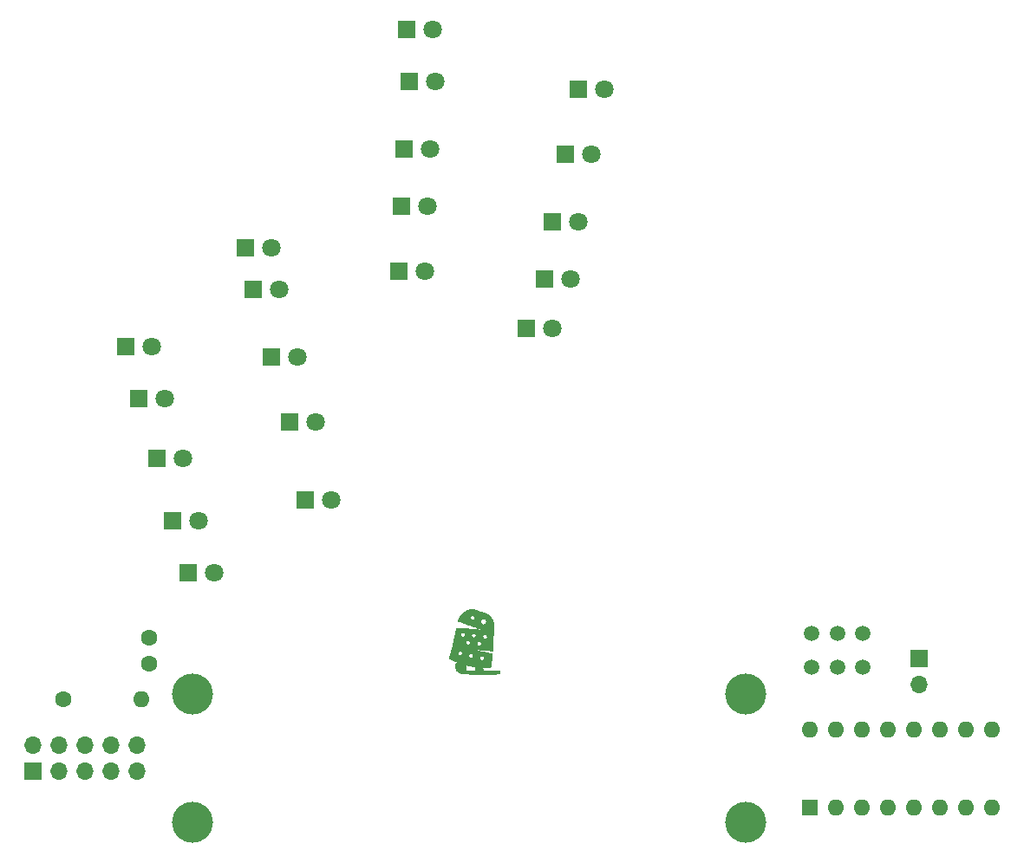
<source format=gbr>
G04 #@! TF.FileFunction,Soldermask,Bot*
%FSLAX46Y46*%
G04 Gerber Fmt 4.6, Leading zero omitted, Abs format (unit mm)*
G04 Created by KiCad (PCBNEW 4.0.6) date 11/09/17 18:30:30*
%MOMM*%
%LPD*%
G01*
G04 APERTURE LIST*
%ADD10C,0.100000*%
%ADD11C,0.010000*%
%ADD12C,4.000000*%
%ADD13R,1.800000X1.800000*%
%ADD14C,1.800000*%
%ADD15C,1.600000*%
%ADD16O,1.600000X1.600000*%
%ADD17C,1.500000*%
%ADD18R,1.600000X1.600000*%
%ADD19R,1.700000X1.700000*%
%ADD20O,1.700000X1.700000*%
G04 APERTURE END LIST*
D10*
D11*
G36*
X145197476Y-124220921D02*
X145105698Y-124228468D01*
X145028871Y-124240599D01*
X145013807Y-124244116D01*
X144917216Y-124275087D01*
X144811300Y-124320133D01*
X144704430Y-124375111D01*
X144604982Y-124435877D01*
X144555956Y-124470661D01*
X144434909Y-124572671D01*
X144313468Y-124695196D01*
X144195534Y-124833719D01*
X144085010Y-124983720D01*
X144004299Y-125109366D01*
X143962679Y-125189089D01*
X143942093Y-125254872D01*
X143942503Y-125306953D01*
X143963867Y-125345568D01*
X143964124Y-125345825D01*
X143978961Y-125352923D01*
X144016226Y-125367682D01*
X144074316Y-125389533D01*
X144151628Y-125417905D01*
X144246562Y-125452225D01*
X144357516Y-125491923D01*
X144482887Y-125536429D01*
X144621074Y-125585171D01*
X144770474Y-125637578D01*
X144929487Y-125693080D01*
X145096509Y-125751105D01*
X145255666Y-125806157D01*
X145427629Y-125865607D01*
X145592385Y-125922747D01*
X145748401Y-125977034D01*
X145894142Y-126027928D01*
X146028075Y-126074885D01*
X146148665Y-126117364D01*
X146254379Y-126154824D01*
X146343684Y-126186722D01*
X146415044Y-126212518D01*
X146466927Y-126231669D01*
X146497798Y-126243633D01*
X146506235Y-126247856D01*
X146491239Y-126247246D01*
X146452659Y-126244499D01*
X146392209Y-126239761D01*
X146311604Y-126233179D01*
X146212556Y-126224899D01*
X146096779Y-126215066D01*
X145965988Y-126203827D01*
X145821895Y-126191328D01*
X145666215Y-126177716D01*
X145500662Y-126163136D01*
X145326948Y-126147735D01*
X145203990Y-126136774D01*
X145024796Y-126120811D01*
X144851986Y-126105508D01*
X144687334Y-126091017D01*
X144532618Y-126077489D01*
X144389613Y-126065077D01*
X144260094Y-126053934D01*
X144145839Y-126044212D01*
X144048623Y-126036062D01*
X143970222Y-126029638D01*
X143912412Y-126025091D01*
X143876968Y-126022575D01*
X143866764Y-126022100D01*
X143813517Y-126027109D01*
X143778655Y-126044134D01*
X143756815Y-126076174D01*
X143753204Y-126085597D01*
X143748647Y-126104557D01*
X143740014Y-126146311D01*
X143727720Y-126208657D01*
X143712184Y-126289388D01*
X143693821Y-126386302D01*
X143673050Y-126497193D01*
X143650285Y-126619857D01*
X143625945Y-126752089D01*
X143600446Y-126891686D01*
X143591676Y-126939940D01*
X143443616Y-127755650D01*
X143267258Y-128310242D01*
X143230946Y-128425428D01*
X143197154Y-128534539D01*
X143166663Y-128634914D01*
X143140255Y-128723892D01*
X143118710Y-128798813D01*
X143102808Y-128857017D01*
X143093331Y-128895843D01*
X143090900Y-128911152D01*
X143094718Y-128950033D01*
X143103996Y-128981850D01*
X143104859Y-128983551D01*
X143121849Y-128998863D01*
X143159269Y-129022301D01*
X143214045Y-129052361D01*
X143283105Y-129087537D01*
X143363374Y-129126323D01*
X143451781Y-129167214D01*
X143545251Y-129208704D01*
X143640712Y-129249289D01*
X143681450Y-129266023D01*
X143746356Y-129292402D01*
X143805116Y-129316315D01*
X143852653Y-129335693D01*
X143883892Y-129348469D01*
X143891000Y-129351397D01*
X143910172Y-129360241D01*
X143911009Y-129366793D01*
X143891183Y-129375354D01*
X143875005Y-129380972D01*
X143794213Y-129421515D01*
X143728713Y-129481224D01*
X143680025Y-129557922D01*
X143649669Y-129649430D01*
X143640417Y-129716877D01*
X143643830Y-129843554D01*
X143671709Y-129963608D01*
X143723884Y-130076610D01*
X143800188Y-130182129D01*
X143839128Y-130223851D01*
X143939650Y-130309563D01*
X144048840Y-130372972D01*
X144171024Y-130416373D01*
X144224962Y-130428737D01*
X144325096Y-130445962D01*
X144448456Y-130462743D01*
X144592868Y-130478875D01*
X144756160Y-130494150D01*
X144936159Y-130508361D01*
X145130691Y-130521301D01*
X145294350Y-130530548D01*
X145354969Y-130532925D01*
X145438069Y-130534994D01*
X145540734Y-130536756D01*
X145660046Y-130538212D01*
X145793088Y-130539364D01*
X145936945Y-130540214D01*
X146088698Y-130540762D01*
X146245432Y-130541010D01*
X146404229Y-130540959D01*
X146562173Y-130540611D01*
X146716346Y-130539968D01*
X146863832Y-130539030D01*
X147001714Y-130537799D01*
X147127075Y-130536276D01*
X147236998Y-130534463D01*
X147328566Y-130532362D01*
X147398863Y-130529972D01*
X147408454Y-130529539D01*
X147490669Y-130525144D01*
X147575154Y-130519758D01*
X147653782Y-130513953D01*
X147718425Y-130508306D01*
X147738654Y-130506208D01*
X147829468Y-130494484D01*
X147897812Y-130481100D01*
X147946612Y-130464433D01*
X147978798Y-130442863D01*
X147997299Y-130414768D01*
X148005044Y-130378526D01*
X148005800Y-130358315D01*
X148001652Y-130305446D01*
X147985948Y-130270305D01*
X147953801Y-130246114D01*
X147913507Y-130230266D01*
X147896974Y-130225563D01*
X147876873Y-130221533D01*
X147851111Y-130218108D01*
X147817594Y-130215215D01*
X147774228Y-130212784D01*
X147718920Y-130210745D01*
X147649576Y-130209026D01*
X147564102Y-130207556D01*
X147460404Y-130206266D01*
X147336390Y-130205084D01*
X147189965Y-130203939D01*
X147119975Y-130203443D01*
X146392900Y-130198408D01*
X146392900Y-130161929D01*
X146384059Y-130084748D01*
X146360261Y-130004819D01*
X146328616Y-129940858D01*
X146308059Y-129907801D01*
X146294506Y-129884774D01*
X146291300Y-129878158D01*
X146303484Y-129877387D01*
X146337979Y-129877051D01*
X146391701Y-129877133D01*
X146461563Y-129877615D01*
X146544483Y-129878481D01*
X146637374Y-129879714D01*
X146676939Y-129880310D01*
X146786009Y-129881964D01*
X146872531Y-129883048D01*
X146939356Y-129883420D01*
X146989332Y-129882934D01*
X147025309Y-129881448D01*
X147050136Y-129878819D01*
X147066662Y-129874902D01*
X147077737Y-129869555D01*
X147086210Y-129862633D01*
X147089366Y-129859534D01*
X147111407Y-129829859D01*
X147118642Y-129812587D01*
X145703733Y-129812587D01*
X145700373Y-129824043D01*
X145688414Y-129850362D01*
X145681508Y-129864226D01*
X145665266Y-129914345D01*
X145657078Y-129979181D01*
X145657168Y-130049289D01*
X145665760Y-130115224D01*
X145674787Y-130148003D01*
X145693274Y-130200400D01*
X145436662Y-130200364D01*
X145336320Y-130199866D01*
X145223915Y-130198515D01*
X145109689Y-130196482D01*
X145003882Y-130193939D01*
X144943797Y-130192071D01*
X144707543Y-130183814D01*
X144713626Y-130067524D01*
X144711708Y-129955578D01*
X144692244Y-129853811D01*
X144653344Y-129756322D01*
X144593115Y-129657213D01*
X144573347Y-129629939D01*
X144550504Y-129597064D01*
X144538485Y-129574938D01*
X144539640Y-129567968D01*
X144540439Y-129568223D01*
X144558204Y-129573490D01*
X144596347Y-129583822D01*
X144650609Y-129598096D01*
X144716731Y-129615191D01*
X144786937Y-129633097D01*
X144988153Y-129681135D01*
X145196294Y-129725392D01*
X145400554Y-129763678D01*
X145554700Y-129788654D01*
X145612285Y-129797366D01*
X145659703Y-129804808D01*
X145691887Y-129810167D01*
X145703733Y-129812587D01*
X147118642Y-129812587D01*
X147122303Y-129803848D01*
X147126374Y-129779668D01*
X147133037Y-129734076D01*
X147141881Y-129670291D01*
X147152498Y-129591530D01*
X147164476Y-129501010D01*
X147177406Y-129401950D01*
X147190877Y-129297566D01*
X147204480Y-129191077D01*
X147217805Y-129085701D01*
X147230441Y-128984654D01*
X147231348Y-128977302D01*
X146488593Y-128977302D01*
X146471822Y-129038373D01*
X146435345Y-129095610D01*
X146381705Y-129144340D01*
X146348450Y-129164468D01*
X146292758Y-129182222D01*
X146233747Y-129177692D01*
X146180665Y-129157699D01*
X146121043Y-129117256D01*
X146077455Y-129063937D01*
X146052602Y-129002838D01*
X146049188Y-128939058D01*
X146053383Y-128917700D01*
X146080531Y-128856647D01*
X146124310Y-128803834D01*
X146178881Y-128764146D01*
X146238405Y-128742474D01*
X146265802Y-128739900D01*
X146328901Y-128751822D01*
X146388482Y-128784630D01*
X146439099Y-128833880D01*
X146475302Y-128895130D01*
X146483113Y-128917071D01*
X146488593Y-128977302D01*
X147231348Y-128977302D01*
X147241979Y-128891156D01*
X147252007Y-128808422D01*
X147260118Y-128739672D01*
X147265020Y-128695960D01*
X145410756Y-128695960D01*
X145407308Y-128763007D01*
X145378612Y-128831159D01*
X145372098Y-128841439D01*
X145333907Y-128882595D01*
X145282486Y-128916769D01*
X145227614Y-128938394D01*
X145193585Y-128943089D01*
X145158853Y-128937478D01*
X145116736Y-128923415D01*
X145102928Y-128917253D01*
X145060936Y-128889405D01*
X145023185Y-128852458D01*
X145015854Y-128842803D01*
X144981823Y-128775825D01*
X144973097Y-128710145D01*
X144989588Y-128646429D01*
X145031209Y-128585342D01*
X145052559Y-128563909D01*
X145115153Y-128520166D01*
X145179569Y-128501528D01*
X145244021Y-128507957D01*
X145306722Y-128539417D01*
X145342429Y-128569961D01*
X145389086Y-128631214D01*
X145410756Y-128695960D01*
X147265020Y-128695960D01*
X147265899Y-128688123D01*
X147268942Y-128656992D01*
X147269310Y-128650252D01*
X147262825Y-128604561D01*
X147240974Y-128573115D01*
X147199768Y-128551485D01*
X147173225Y-128543616D01*
X147151570Y-128538519D01*
X147107015Y-128528400D01*
X147041471Y-128513682D01*
X146956846Y-128494789D01*
X146855050Y-128472145D01*
X146823204Y-128465079D01*
X144363893Y-128465079D01*
X144358619Y-128526471D01*
X144333808Y-128586242D01*
X144291633Y-128639263D01*
X144234270Y-128680403D01*
X144230910Y-128682123D01*
X144169115Y-128705335D01*
X144113619Y-128707010D01*
X144057140Y-128686713D01*
X144029090Y-128670050D01*
X143972910Y-128620387D01*
X143938080Y-128561546D01*
X143924420Y-128497828D01*
X143931750Y-128433532D01*
X143959889Y-128372956D01*
X144008657Y-128320402D01*
X144044764Y-128296159D01*
X144110417Y-128272467D01*
X144176927Y-128272323D01*
X144240447Y-128294315D01*
X144297125Y-128337031D01*
X144343114Y-128399060D01*
X144347454Y-128407194D01*
X144363893Y-128465079D01*
X146823204Y-128465079D01*
X146737994Y-128446173D01*
X146607586Y-128417298D01*
X146465737Y-128385943D01*
X146314356Y-128352531D01*
X146155352Y-128317488D01*
X146019867Y-128287666D01*
X145858371Y-128252041D01*
X145704621Y-128217934D01*
X145560340Y-128185739D01*
X145427248Y-128155847D01*
X145307066Y-128128653D01*
X145201514Y-128104549D01*
X145112313Y-128083927D01*
X145041185Y-128067180D01*
X144989849Y-128054701D01*
X144960026Y-128046883D01*
X144953067Y-128044146D01*
X144968973Y-128044724D01*
X145008344Y-128047437D01*
X145069347Y-128052130D01*
X145150150Y-128058646D01*
X145248922Y-128066833D01*
X145363829Y-128076536D01*
X145493041Y-128087598D01*
X145634725Y-128099867D01*
X145787048Y-128113187D01*
X145948179Y-128127403D01*
X146116286Y-128142361D01*
X146118637Y-128142571D01*
X146286668Y-128157569D01*
X146447630Y-128171902D01*
X146599706Y-128185412D01*
X146741074Y-128197937D01*
X146869917Y-128209317D01*
X146984413Y-128219393D01*
X147082745Y-128228004D01*
X147163092Y-128234990D01*
X147223635Y-128240192D01*
X147262555Y-128243448D01*
X147278032Y-128244599D01*
X147278089Y-128244600D01*
X147298490Y-128236219D01*
X147324499Y-128215805D01*
X147326928Y-128213427D01*
X147358100Y-128182254D01*
X147358150Y-128038363D01*
X144901492Y-128038363D01*
X144889009Y-128040397D01*
X144872537Y-128038062D01*
X144872340Y-128033727D01*
X144889338Y-128030695D01*
X144896682Y-128032724D01*
X144901492Y-128038363D01*
X147358150Y-128038363D01*
X147358327Y-127531493D01*
X146201161Y-127531493D01*
X146196099Y-127598545D01*
X146166473Y-127660038D01*
X146130509Y-127700974D01*
X146068441Y-127746549D01*
X146004936Y-127766769D01*
X145939908Y-127761641D01*
X145873270Y-127731174D01*
X145865850Y-127726284D01*
X145816007Y-127680787D01*
X145780761Y-127624875D01*
X145763674Y-127565499D01*
X145764096Y-127527636D01*
X145787259Y-127455513D01*
X145789409Y-127452652D01*
X145108614Y-127452652D01*
X145098272Y-127497919D01*
X145090544Y-127517759D01*
X145051828Y-127583666D01*
X144996699Y-127631629D01*
X144964150Y-127649096D01*
X144915838Y-127667445D01*
X144875810Y-127670400D01*
X144832140Y-127657956D01*
X144811750Y-127649022D01*
X144743717Y-127606177D01*
X144696754Y-127551958D01*
X144671910Y-127489198D01*
X144670233Y-127420729D01*
X144692772Y-127349385D01*
X144697450Y-127340205D01*
X144716007Y-127297919D01*
X144727442Y-127257551D01*
X144729200Y-127241434D01*
X144731079Y-127215315D01*
X144739863Y-127209509D01*
X144753766Y-127215453D01*
X144779140Y-127222416D01*
X144820154Y-127227182D01*
X144859229Y-127228600D01*
X144940616Y-127239131D01*
X145008223Y-127270130D01*
X145060508Y-127320703D01*
X145082970Y-127358169D01*
X145103685Y-127409700D01*
X145108614Y-127452652D01*
X145789409Y-127452652D01*
X145831976Y-127396022D01*
X145877541Y-127361870D01*
X145916025Y-127341926D01*
X145951317Y-127331721D01*
X145992294Y-127330025D01*
X146047833Y-127335608D01*
X146057503Y-127336932D01*
X146105391Y-127340021D01*
X146140667Y-127335305D01*
X146146913Y-127332708D01*
X146163167Y-127326323D01*
X146168601Y-127334915D01*
X146166599Y-127362908D01*
X146168221Y-127403360D01*
X146178654Y-127448393D01*
X146181963Y-127457436D01*
X146201161Y-127531493D01*
X147358327Y-127531493D01*
X147358403Y-127314902D01*
X147358644Y-127147725D01*
X147359229Y-126993056D01*
X147360082Y-126861108D01*
X146775855Y-126861108D01*
X146770562Y-126898400D01*
X146742840Y-126966388D01*
X146698781Y-127016932D01*
X146637256Y-127050712D01*
X146557136Y-127068410D01*
X146483328Y-127071526D01*
X146372952Y-127069850D01*
X146377958Y-127035329D01*
X146375901Y-127004704D01*
X146365315Y-126962237D01*
X146354035Y-126931012D01*
X146338017Y-126889020D01*
X146332012Y-126859103D01*
X146334915Y-126830497D01*
X146341270Y-126806782D01*
X146365487Y-126756350D01*
X146388512Y-126727460D01*
X145677456Y-126727460D01*
X145674008Y-126794507D01*
X145645312Y-126862659D01*
X145638798Y-126872939D01*
X145600607Y-126914095D01*
X145549186Y-126948269D01*
X145494314Y-126969894D01*
X145460285Y-126974589D01*
X145426031Y-126968994D01*
X145383693Y-126954896D01*
X145367372Y-126947661D01*
X145310083Y-126907587D01*
X145268270Y-126853273D01*
X145244558Y-126790415D01*
X145241576Y-126724709D01*
X145249110Y-126691244D01*
X145273095Y-126647086D01*
X145285623Y-126632871D01*
X144606647Y-126632871D01*
X144603280Y-126700556D01*
X144575325Y-126767185D01*
X144568643Y-126777400D01*
X144557696Y-126805805D01*
X144551755Y-126845543D01*
X144551400Y-126857068D01*
X144550711Y-126890677D01*
X144546120Y-126903446D01*
X144533846Y-126899934D01*
X144522044Y-126892450D01*
X144483662Y-126879144D01*
X144424998Y-126875053D01*
X144417269Y-126875197D01*
X144346844Y-126870327D01*
X144290210Y-126849153D01*
X144239201Y-126808142D01*
X144223779Y-126791445D01*
X144184058Y-126729418D01*
X144168283Y-126663801D01*
X144176039Y-126598192D01*
X144206908Y-126536188D01*
X144259578Y-126482078D01*
X144323213Y-126446700D01*
X144389511Y-126435868D01*
X144455636Y-126449334D01*
X144518751Y-126486847D01*
X144540901Y-126506900D01*
X144585746Y-126567271D01*
X144606647Y-126632871D01*
X145285623Y-126632871D01*
X145312431Y-126602455D01*
X145359368Y-126564351D01*
X145406156Y-126539776D01*
X145421435Y-126535596D01*
X145488847Y-126535435D01*
X145554099Y-126559285D01*
X145609129Y-126601461D01*
X145655786Y-126662714D01*
X145677456Y-126727460D01*
X146388512Y-126727460D01*
X146404480Y-126707425D01*
X146451361Y-126666764D01*
X146499241Y-126641124D01*
X146514306Y-126637070D01*
X146579426Y-126636389D01*
X146641168Y-126656254D01*
X146695608Y-126692662D01*
X146738819Y-126741608D01*
X146766876Y-126799091D01*
X146775855Y-126861108D01*
X147360082Y-126861108D01*
X147360138Y-126852513D01*
X147361347Y-126727712D01*
X147362834Y-126620272D01*
X147364577Y-126531809D01*
X147366554Y-126463941D01*
X147368743Y-126418285D01*
X147371047Y-126396750D01*
X147382212Y-126339766D01*
X147393165Y-126264355D01*
X147403216Y-126177484D01*
X147411676Y-126086121D01*
X147417853Y-125997234D01*
X147421059Y-125917790D01*
X147421353Y-125888827D01*
X147411302Y-125682997D01*
X147382061Y-125492376D01*
X147360571Y-125414361D01*
X146683966Y-125414361D01*
X146669258Y-125488277D01*
X146637074Y-125549734D01*
X146579252Y-125616893D01*
X146512289Y-125662851D01*
X146439145Y-125686457D01*
X146362778Y-125686565D01*
X146315555Y-125674486D01*
X146244719Y-125637608D01*
X146186134Y-125584445D01*
X146143184Y-125519880D01*
X146119251Y-125448799D01*
X146116384Y-125386955D01*
X146135861Y-125310450D01*
X146176761Y-125239927D01*
X146235106Y-125181574D01*
X146258890Y-125165185D01*
X146332131Y-125133741D01*
X146408627Y-125125352D01*
X146483900Y-125138881D01*
X146553470Y-125173190D01*
X146612857Y-125227142D01*
X146637472Y-125261353D01*
X146673371Y-125338819D01*
X146683966Y-125414361D01*
X147360571Y-125414361D01*
X147333861Y-125317404D01*
X147266931Y-125158522D01*
X147181503Y-125016171D01*
X147170432Y-125002784D01*
X145566243Y-125002784D01*
X145565796Y-125066759D01*
X145544424Y-125128085D01*
X145503093Y-125182951D01*
X145442774Y-125227544D01*
X145408650Y-125243664D01*
X145353221Y-125253354D01*
X145291703Y-125243337D01*
X145240603Y-125220038D01*
X145187270Y-125175225D01*
X145149859Y-125119002D01*
X145130960Y-125057268D01*
X145133159Y-124995918D01*
X145136674Y-124983234D01*
X145170416Y-124913860D01*
X145218163Y-124862244D01*
X145275875Y-124829507D01*
X145339514Y-124816772D01*
X145405042Y-124825162D01*
X145468421Y-124855798D01*
X145500486Y-124882138D01*
X145544796Y-124939973D01*
X145566243Y-125002784D01*
X147170432Y-125002784D01*
X147077807Y-124890793D01*
X146956075Y-124782827D01*
X146816536Y-124692716D01*
X146787319Y-124677286D01*
X146749758Y-124660169D01*
X146691392Y-124636202D01*
X146615516Y-124606560D01*
X146525426Y-124572414D01*
X146424416Y-124534940D01*
X146315782Y-124495310D01*
X146202819Y-124454699D01*
X146088821Y-124414279D01*
X145977083Y-124375224D01*
X145870901Y-124338708D01*
X145773569Y-124305904D01*
X145688383Y-124277986D01*
X145618638Y-124256127D01*
X145567628Y-124241501D01*
X145554700Y-124238283D01*
X145482819Y-124226637D01*
X145394007Y-124219919D01*
X145296236Y-124218042D01*
X145197476Y-124220921D01*
X145197476Y-124220921D01*
G37*
X145197476Y-124220921D02*
X145105698Y-124228468D01*
X145028871Y-124240599D01*
X145013807Y-124244116D01*
X144917216Y-124275087D01*
X144811300Y-124320133D01*
X144704430Y-124375111D01*
X144604982Y-124435877D01*
X144555956Y-124470661D01*
X144434909Y-124572671D01*
X144313468Y-124695196D01*
X144195534Y-124833719D01*
X144085010Y-124983720D01*
X144004299Y-125109366D01*
X143962679Y-125189089D01*
X143942093Y-125254872D01*
X143942503Y-125306953D01*
X143963867Y-125345568D01*
X143964124Y-125345825D01*
X143978961Y-125352923D01*
X144016226Y-125367682D01*
X144074316Y-125389533D01*
X144151628Y-125417905D01*
X144246562Y-125452225D01*
X144357516Y-125491923D01*
X144482887Y-125536429D01*
X144621074Y-125585171D01*
X144770474Y-125637578D01*
X144929487Y-125693080D01*
X145096509Y-125751105D01*
X145255666Y-125806157D01*
X145427629Y-125865607D01*
X145592385Y-125922747D01*
X145748401Y-125977034D01*
X145894142Y-126027928D01*
X146028075Y-126074885D01*
X146148665Y-126117364D01*
X146254379Y-126154824D01*
X146343684Y-126186722D01*
X146415044Y-126212518D01*
X146466927Y-126231669D01*
X146497798Y-126243633D01*
X146506235Y-126247856D01*
X146491239Y-126247246D01*
X146452659Y-126244499D01*
X146392209Y-126239761D01*
X146311604Y-126233179D01*
X146212556Y-126224899D01*
X146096779Y-126215066D01*
X145965988Y-126203827D01*
X145821895Y-126191328D01*
X145666215Y-126177716D01*
X145500662Y-126163136D01*
X145326948Y-126147735D01*
X145203990Y-126136774D01*
X145024796Y-126120811D01*
X144851986Y-126105508D01*
X144687334Y-126091017D01*
X144532618Y-126077489D01*
X144389613Y-126065077D01*
X144260094Y-126053934D01*
X144145839Y-126044212D01*
X144048623Y-126036062D01*
X143970222Y-126029638D01*
X143912412Y-126025091D01*
X143876968Y-126022575D01*
X143866764Y-126022100D01*
X143813517Y-126027109D01*
X143778655Y-126044134D01*
X143756815Y-126076174D01*
X143753204Y-126085597D01*
X143748647Y-126104557D01*
X143740014Y-126146311D01*
X143727720Y-126208657D01*
X143712184Y-126289388D01*
X143693821Y-126386302D01*
X143673050Y-126497193D01*
X143650285Y-126619857D01*
X143625945Y-126752089D01*
X143600446Y-126891686D01*
X143591676Y-126939940D01*
X143443616Y-127755650D01*
X143267258Y-128310242D01*
X143230946Y-128425428D01*
X143197154Y-128534539D01*
X143166663Y-128634914D01*
X143140255Y-128723892D01*
X143118710Y-128798813D01*
X143102808Y-128857017D01*
X143093331Y-128895843D01*
X143090900Y-128911152D01*
X143094718Y-128950033D01*
X143103996Y-128981850D01*
X143104859Y-128983551D01*
X143121849Y-128998863D01*
X143159269Y-129022301D01*
X143214045Y-129052361D01*
X143283105Y-129087537D01*
X143363374Y-129126323D01*
X143451781Y-129167214D01*
X143545251Y-129208704D01*
X143640712Y-129249289D01*
X143681450Y-129266023D01*
X143746356Y-129292402D01*
X143805116Y-129316315D01*
X143852653Y-129335693D01*
X143883892Y-129348469D01*
X143891000Y-129351397D01*
X143910172Y-129360241D01*
X143911009Y-129366793D01*
X143891183Y-129375354D01*
X143875005Y-129380972D01*
X143794213Y-129421515D01*
X143728713Y-129481224D01*
X143680025Y-129557922D01*
X143649669Y-129649430D01*
X143640417Y-129716877D01*
X143643830Y-129843554D01*
X143671709Y-129963608D01*
X143723884Y-130076610D01*
X143800188Y-130182129D01*
X143839128Y-130223851D01*
X143939650Y-130309563D01*
X144048840Y-130372972D01*
X144171024Y-130416373D01*
X144224962Y-130428737D01*
X144325096Y-130445962D01*
X144448456Y-130462743D01*
X144592868Y-130478875D01*
X144756160Y-130494150D01*
X144936159Y-130508361D01*
X145130691Y-130521301D01*
X145294350Y-130530548D01*
X145354969Y-130532925D01*
X145438069Y-130534994D01*
X145540734Y-130536756D01*
X145660046Y-130538212D01*
X145793088Y-130539364D01*
X145936945Y-130540214D01*
X146088698Y-130540762D01*
X146245432Y-130541010D01*
X146404229Y-130540959D01*
X146562173Y-130540611D01*
X146716346Y-130539968D01*
X146863832Y-130539030D01*
X147001714Y-130537799D01*
X147127075Y-130536276D01*
X147236998Y-130534463D01*
X147328566Y-130532362D01*
X147398863Y-130529972D01*
X147408454Y-130529539D01*
X147490669Y-130525144D01*
X147575154Y-130519758D01*
X147653782Y-130513953D01*
X147718425Y-130508306D01*
X147738654Y-130506208D01*
X147829468Y-130494484D01*
X147897812Y-130481100D01*
X147946612Y-130464433D01*
X147978798Y-130442863D01*
X147997299Y-130414768D01*
X148005044Y-130378526D01*
X148005800Y-130358315D01*
X148001652Y-130305446D01*
X147985948Y-130270305D01*
X147953801Y-130246114D01*
X147913507Y-130230266D01*
X147896974Y-130225563D01*
X147876873Y-130221533D01*
X147851111Y-130218108D01*
X147817594Y-130215215D01*
X147774228Y-130212784D01*
X147718920Y-130210745D01*
X147649576Y-130209026D01*
X147564102Y-130207556D01*
X147460404Y-130206266D01*
X147336390Y-130205084D01*
X147189965Y-130203939D01*
X147119975Y-130203443D01*
X146392900Y-130198408D01*
X146392900Y-130161929D01*
X146384059Y-130084748D01*
X146360261Y-130004819D01*
X146328616Y-129940858D01*
X146308059Y-129907801D01*
X146294506Y-129884774D01*
X146291300Y-129878158D01*
X146303484Y-129877387D01*
X146337979Y-129877051D01*
X146391701Y-129877133D01*
X146461563Y-129877615D01*
X146544483Y-129878481D01*
X146637374Y-129879714D01*
X146676939Y-129880310D01*
X146786009Y-129881964D01*
X146872531Y-129883048D01*
X146939356Y-129883420D01*
X146989332Y-129882934D01*
X147025309Y-129881448D01*
X147050136Y-129878819D01*
X147066662Y-129874902D01*
X147077737Y-129869555D01*
X147086210Y-129862633D01*
X147089366Y-129859534D01*
X147111407Y-129829859D01*
X147118642Y-129812587D01*
X145703733Y-129812587D01*
X145700373Y-129824043D01*
X145688414Y-129850362D01*
X145681508Y-129864226D01*
X145665266Y-129914345D01*
X145657078Y-129979181D01*
X145657168Y-130049289D01*
X145665760Y-130115224D01*
X145674787Y-130148003D01*
X145693274Y-130200400D01*
X145436662Y-130200364D01*
X145336320Y-130199866D01*
X145223915Y-130198515D01*
X145109689Y-130196482D01*
X145003882Y-130193939D01*
X144943797Y-130192071D01*
X144707543Y-130183814D01*
X144713626Y-130067524D01*
X144711708Y-129955578D01*
X144692244Y-129853811D01*
X144653344Y-129756322D01*
X144593115Y-129657213D01*
X144573347Y-129629939D01*
X144550504Y-129597064D01*
X144538485Y-129574938D01*
X144539640Y-129567968D01*
X144540439Y-129568223D01*
X144558204Y-129573490D01*
X144596347Y-129583822D01*
X144650609Y-129598096D01*
X144716731Y-129615191D01*
X144786937Y-129633097D01*
X144988153Y-129681135D01*
X145196294Y-129725392D01*
X145400554Y-129763678D01*
X145554700Y-129788654D01*
X145612285Y-129797366D01*
X145659703Y-129804808D01*
X145691887Y-129810167D01*
X145703733Y-129812587D01*
X147118642Y-129812587D01*
X147122303Y-129803848D01*
X147126374Y-129779668D01*
X147133037Y-129734076D01*
X147141881Y-129670291D01*
X147152498Y-129591530D01*
X147164476Y-129501010D01*
X147177406Y-129401950D01*
X147190877Y-129297566D01*
X147204480Y-129191077D01*
X147217805Y-129085701D01*
X147230441Y-128984654D01*
X147231348Y-128977302D01*
X146488593Y-128977302D01*
X146471822Y-129038373D01*
X146435345Y-129095610D01*
X146381705Y-129144340D01*
X146348450Y-129164468D01*
X146292758Y-129182222D01*
X146233747Y-129177692D01*
X146180665Y-129157699D01*
X146121043Y-129117256D01*
X146077455Y-129063937D01*
X146052602Y-129002838D01*
X146049188Y-128939058D01*
X146053383Y-128917700D01*
X146080531Y-128856647D01*
X146124310Y-128803834D01*
X146178881Y-128764146D01*
X146238405Y-128742474D01*
X146265802Y-128739900D01*
X146328901Y-128751822D01*
X146388482Y-128784630D01*
X146439099Y-128833880D01*
X146475302Y-128895130D01*
X146483113Y-128917071D01*
X146488593Y-128977302D01*
X147231348Y-128977302D01*
X147241979Y-128891156D01*
X147252007Y-128808422D01*
X147260118Y-128739672D01*
X147265020Y-128695960D01*
X145410756Y-128695960D01*
X145407308Y-128763007D01*
X145378612Y-128831159D01*
X145372098Y-128841439D01*
X145333907Y-128882595D01*
X145282486Y-128916769D01*
X145227614Y-128938394D01*
X145193585Y-128943089D01*
X145158853Y-128937478D01*
X145116736Y-128923415D01*
X145102928Y-128917253D01*
X145060936Y-128889405D01*
X145023185Y-128852458D01*
X145015854Y-128842803D01*
X144981823Y-128775825D01*
X144973097Y-128710145D01*
X144989588Y-128646429D01*
X145031209Y-128585342D01*
X145052559Y-128563909D01*
X145115153Y-128520166D01*
X145179569Y-128501528D01*
X145244021Y-128507957D01*
X145306722Y-128539417D01*
X145342429Y-128569961D01*
X145389086Y-128631214D01*
X145410756Y-128695960D01*
X147265020Y-128695960D01*
X147265899Y-128688123D01*
X147268942Y-128656992D01*
X147269310Y-128650252D01*
X147262825Y-128604561D01*
X147240974Y-128573115D01*
X147199768Y-128551485D01*
X147173225Y-128543616D01*
X147151570Y-128538519D01*
X147107015Y-128528400D01*
X147041471Y-128513682D01*
X146956846Y-128494789D01*
X146855050Y-128472145D01*
X146823204Y-128465079D01*
X144363893Y-128465079D01*
X144358619Y-128526471D01*
X144333808Y-128586242D01*
X144291633Y-128639263D01*
X144234270Y-128680403D01*
X144230910Y-128682123D01*
X144169115Y-128705335D01*
X144113619Y-128707010D01*
X144057140Y-128686713D01*
X144029090Y-128670050D01*
X143972910Y-128620387D01*
X143938080Y-128561546D01*
X143924420Y-128497828D01*
X143931750Y-128433532D01*
X143959889Y-128372956D01*
X144008657Y-128320402D01*
X144044764Y-128296159D01*
X144110417Y-128272467D01*
X144176927Y-128272323D01*
X144240447Y-128294315D01*
X144297125Y-128337031D01*
X144343114Y-128399060D01*
X144347454Y-128407194D01*
X144363893Y-128465079D01*
X146823204Y-128465079D01*
X146737994Y-128446173D01*
X146607586Y-128417298D01*
X146465737Y-128385943D01*
X146314356Y-128352531D01*
X146155352Y-128317488D01*
X146019867Y-128287666D01*
X145858371Y-128252041D01*
X145704621Y-128217934D01*
X145560340Y-128185739D01*
X145427248Y-128155847D01*
X145307066Y-128128653D01*
X145201514Y-128104549D01*
X145112313Y-128083927D01*
X145041185Y-128067180D01*
X144989849Y-128054701D01*
X144960026Y-128046883D01*
X144953067Y-128044146D01*
X144968973Y-128044724D01*
X145008344Y-128047437D01*
X145069347Y-128052130D01*
X145150150Y-128058646D01*
X145248922Y-128066833D01*
X145363829Y-128076536D01*
X145493041Y-128087598D01*
X145634725Y-128099867D01*
X145787048Y-128113187D01*
X145948179Y-128127403D01*
X146116286Y-128142361D01*
X146118637Y-128142571D01*
X146286668Y-128157569D01*
X146447630Y-128171902D01*
X146599706Y-128185412D01*
X146741074Y-128197937D01*
X146869917Y-128209317D01*
X146984413Y-128219393D01*
X147082745Y-128228004D01*
X147163092Y-128234990D01*
X147223635Y-128240192D01*
X147262555Y-128243448D01*
X147278032Y-128244599D01*
X147278089Y-128244600D01*
X147298490Y-128236219D01*
X147324499Y-128215805D01*
X147326928Y-128213427D01*
X147358100Y-128182254D01*
X147358150Y-128038363D01*
X144901492Y-128038363D01*
X144889009Y-128040397D01*
X144872537Y-128038062D01*
X144872340Y-128033727D01*
X144889338Y-128030695D01*
X144896682Y-128032724D01*
X144901492Y-128038363D01*
X147358150Y-128038363D01*
X147358327Y-127531493D01*
X146201161Y-127531493D01*
X146196099Y-127598545D01*
X146166473Y-127660038D01*
X146130509Y-127700974D01*
X146068441Y-127746549D01*
X146004936Y-127766769D01*
X145939908Y-127761641D01*
X145873270Y-127731174D01*
X145865850Y-127726284D01*
X145816007Y-127680787D01*
X145780761Y-127624875D01*
X145763674Y-127565499D01*
X145764096Y-127527636D01*
X145787259Y-127455513D01*
X145789409Y-127452652D01*
X145108614Y-127452652D01*
X145098272Y-127497919D01*
X145090544Y-127517759D01*
X145051828Y-127583666D01*
X144996699Y-127631629D01*
X144964150Y-127649096D01*
X144915838Y-127667445D01*
X144875810Y-127670400D01*
X144832140Y-127657956D01*
X144811750Y-127649022D01*
X144743717Y-127606177D01*
X144696754Y-127551958D01*
X144671910Y-127489198D01*
X144670233Y-127420729D01*
X144692772Y-127349385D01*
X144697450Y-127340205D01*
X144716007Y-127297919D01*
X144727442Y-127257551D01*
X144729200Y-127241434D01*
X144731079Y-127215315D01*
X144739863Y-127209509D01*
X144753766Y-127215453D01*
X144779140Y-127222416D01*
X144820154Y-127227182D01*
X144859229Y-127228600D01*
X144940616Y-127239131D01*
X145008223Y-127270130D01*
X145060508Y-127320703D01*
X145082970Y-127358169D01*
X145103685Y-127409700D01*
X145108614Y-127452652D01*
X145789409Y-127452652D01*
X145831976Y-127396022D01*
X145877541Y-127361870D01*
X145916025Y-127341926D01*
X145951317Y-127331721D01*
X145992294Y-127330025D01*
X146047833Y-127335608D01*
X146057503Y-127336932D01*
X146105391Y-127340021D01*
X146140667Y-127335305D01*
X146146913Y-127332708D01*
X146163167Y-127326323D01*
X146168601Y-127334915D01*
X146166599Y-127362908D01*
X146168221Y-127403360D01*
X146178654Y-127448393D01*
X146181963Y-127457436D01*
X146201161Y-127531493D01*
X147358327Y-127531493D01*
X147358403Y-127314902D01*
X147358644Y-127147725D01*
X147359229Y-126993056D01*
X147360082Y-126861108D01*
X146775855Y-126861108D01*
X146770562Y-126898400D01*
X146742840Y-126966388D01*
X146698781Y-127016932D01*
X146637256Y-127050712D01*
X146557136Y-127068410D01*
X146483328Y-127071526D01*
X146372952Y-127069850D01*
X146377958Y-127035329D01*
X146375901Y-127004704D01*
X146365315Y-126962237D01*
X146354035Y-126931012D01*
X146338017Y-126889020D01*
X146332012Y-126859103D01*
X146334915Y-126830497D01*
X146341270Y-126806782D01*
X146365487Y-126756350D01*
X146388512Y-126727460D01*
X145677456Y-126727460D01*
X145674008Y-126794507D01*
X145645312Y-126862659D01*
X145638798Y-126872939D01*
X145600607Y-126914095D01*
X145549186Y-126948269D01*
X145494314Y-126969894D01*
X145460285Y-126974589D01*
X145426031Y-126968994D01*
X145383693Y-126954896D01*
X145367372Y-126947661D01*
X145310083Y-126907587D01*
X145268270Y-126853273D01*
X145244558Y-126790415D01*
X145241576Y-126724709D01*
X145249110Y-126691244D01*
X145273095Y-126647086D01*
X145285623Y-126632871D01*
X144606647Y-126632871D01*
X144603280Y-126700556D01*
X144575325Y-126767185D01*
X144568643Y-126777400D01*
X144557696Y-126805805D01*
X144551755Y-126845543D01*
X144551400Y-126857068D01*
X144550711Y-126890677D01*
X144546120Y-126903446D01*
X144533846Y-126899934D01*
X144522044Y-126892450D01*
X144483662Y-126879144D01*
X144424998Y-126875053D01*
X144417269Y-126875197D01*
X144346844Y-126870327D01*
X144290210Y-126849153D01*
X144239201Y-126808142D01*
X144223779Y-126791445D01*
X144184058Y-126729418D01*
X144168283Y-126663801D01*
X144176039Y-126598192D01*
X144206908Y-126536188D01*
X144259578Y-126482078D01*
X144323213Y-126446700D01*
X144389511Y-126435868D01*
X144455636Y-126449334D01*
X144518751Y-126486847D01*
X144540901Y-126506900D01*
X144585746Y-126567271D01*
X144606647Y-126632871D01*
X145285623Y-126632871D01*
X145312431Y-126602455D01*
X145359368Y-126564351D01*
X145406156Y-126539776D01*
X145421435Y-126535596D01*
X145488847Y-126535435D01*
X145554099Y-126559285D01*
X145609129Y-126601461D01*
X145655786Y-126662714D01*
X145677456Y-126727460D01*
X146388512Y-126727460D01*
X146404480Y-126707425D01*
X146451361Y-126666764D01*
X146499241Y-126641124D01*
X146514306Y-126637070D01*
X146579426Y-126636389D01*
X146641168Y-126656254D01*
X146695608Y-126692662D01*
X146738819Y-126741608D01*
X146766876Y-126799091D01*
X146775855Y-126861108D01*
X147360082Y-126861108D01*
X147360138Y-126852513D01*
X147361347Y-126727712D01*
X147362834Y-126620272D01*
X147364577Y-126531809D01*
X147366554Y-126463941D01*
X147368743Y-126418285D01*
X147371047Y-126396750D01*
X147382212Y-126339766D01*
X147393165Y-126264355D01*
X147403216Y-126177484D01*
X147411676Y-126086121D01*
X147417853Y-125997234D01*
X147421059Y-125917790D01*
X147421353Y-125888827D01*
X147411302Y-125682997D01*
X147382061Y-125492376D01*
X147360571Y-125414361D01*
X146683966Y-125414361D01*
X146669258Y-125488277D01*
X146637074Y-125549734D01*
X146579252Y-125616893D01*
X146512289Y-125662851D01*
X146439145Y-125686457D01*
X146362778Y-125686565D01*
X146315555Y-125674486D01*
X146244719Y-125637608D01*
X146186134Y-125584445D01*
X146143184Y-125519880D01*
X146119251Y-125448799D01*
X146116384Y-125386955D01*
X146135861Y-125310450D01*
X146176761Y-125239927D01*
X146235106Y-125181574D01*
X146258890Y-125165185D01*
X146332131Y-125133741D01*
X146408627Y-125125352D01*
X146483900Y-125138881D01*
X146553470Y-125173190D01*
X146612857Y-125227142D01*
X146637472Y-125261353D01*
X146673371Y-125338819D01*
X146683966Y-125414361D01*
X147360571Y-125414361D01*
X147333861Y-125317404D01*
X147266931Y-125158522D01*
X147181503Y-125016171D01*
X147170432Y-125002784D01*
X145566243Y-125002784D01*
X145565796Y-125066759D01*
X145544424Y-125128085D01*
X145503093Y-125182951D01*
X145442774Y-125227544D01*
X145408650Y-125243664D01*
X145353221Y-125253354D01*
X145291703Y-125243337D01*
X145240603Y-125220038D01*
X145187270Y-125175225D01*
X145149859Y-125119002D01*
X145130960Y-125057268D01*
X145133159Y-124995918D01*
X145136674Y-124983234D01*
X145170416Y-124913860D01*
X145218163Y-124862244D01*
X145275875Y-124829507D01*
X145339514Y-124816772D01*
X145405042Y-124825162D01*
X145468421Y-124855798D01*
X145500486Y-124882138D01*
X145544796Y-124939973D01*
X145566243Y-125002784D01*
X147170432Y-125002784D01*
X147077807Y-124890793D01*
X146956075Y-124782827D01*
X146816536Y-124692716D01*
X146787319Y-124677286D01*
X146749758Y-124660169D01*
X146691392Y-124636202D01*
X146615516Y-124606560D01*
X146525426Y-124572414D01*
X146424416Y-124534940D01*
X146315782Y-124495310D01*
X146202819Y-124454699D01*
X146088821Y-124414279D01*
X145977083Y-124375224D01*
X145870901Y-124338708D01*
X145773569Y-124305904D01*
X145688383Y-124277986D01*
X145618638Y-124256127D01*
X145567628Y-124241501D01*
X145554700Y-124238283D01*
X145482819Y-124226637D01*
X145394007Y-124219919D01*
X145296236Y-124218042D01*
X145197476Y-124220921D01*
D12*
X172000000Y-145000000D03*
X118000000Y-132500000D03*
X172000000Y-132500000D03*
D13*
X111506000Y-98552000D03*
D14*
X114046000Y-98552000D03*
D13*
X114554000Y-109474000D03*
D14*
X117094000Y-109474000D03*
D13*
X117602000Y-120650000D03*
D14*
X120142000Y-120650000D03*
D13*
X112776000Y-103632000D03*
D14*
X115316000Y-103632000D03*
D13*
X116078000Y-115570000D03*
D14*
X118618000Y-115570000D03*
D13*
X123190000Y-88900000D03*
D14*
X125730000Y-88900000D03*
D13*
X125730000Y-99568000D03*
D14*
X128270000Y-99568000D03*
D13*
X129032000Y-113538000D03*
D14*
X131572000Y-113538000D03*
D13*
X123952000Y-92964000D03*
D14*
X126492000Y-92964000D03*
D13*
X127508000Y-105918000D03*
D14*
X130048000Y-105918000D03*
D13*
X138938000Y-67564000D03*
D14*
X141478000Y-67564000D03*
D13*
X138684000Y-79248000D03*
D14*
X141224000Y-79248000D03*
D13*
X138176000Y-91186000D03*
D14*
X140716000Y-91186000D03*
D13*
X139192000Y-72644000D03*
D14*
X141732000Y-72644000D03*
D13*
X138430000Y-84836000D03*
D14*
X140970000Y-84836000D03*
D13*
X155702000Y-73406000D03*
D14*
X158242000Y-73406000D03*
D13*
X153162000Y-86360000D03*
D14*
X155702000Y-86360000D03*
D13*
X150622000Y-96774000D03*
D14*
X153162000Y-96774000D03*
D13*
X154432000Y-79756000D03*
D14*
X156972000Y-79756000D03*
D13*
X152400000Y-91948000D03*
D14*
X154940000Y-91948000D03*
D15*
X105380000Y-133000000D03*
D16*
X113000000Y-133000000D03*
D17*
X181000000Y-126550000D03*
X183500000Y-126550000D03*
X178500000Y-126550000D03*
X178500000Y-129850000D03*
X181000000Y-129850000D03*
X183500000Y-129850000D03*
D18*
X178300000Y-143620000D03*
D16*
X196080000Y-136000000D03*
X180840000Y-143620000D03*
X193540000Y-136000000D03*
X183380000Y-143620000D03*
X191000000Y-136000000D03*
X185920000Y-143620000D03*
X188460000Y-136000000D03*
X188460000Y-143620000D03*
X185920000Y-136000000D03*
X191000000Y-143620000D03*
X183380000Y-136000000D03*
X193540000Y-143620000D03*
X180840000Y-136000000D03*
X196080000Y-143620000D03*
X178300000Y-136000000D03*
D19*
X189000000Y-129000000D03*
D20*
X189000000Y-131540000D03*
D15*
X113750000Y-129500000D03*
X113750000Y-127000000D03*
D12*
X118000000Y-145000000D03*
D19*
X102460000Y-140000000D03*
D20*
X102460000Y-137460000D03*
X105000000Y-140000000D03*
X105000000Y-137460000D03*
X107540000Y-140000000D03*
X107540000Y-137460000D03*
X110080000Y-140000000D03*
X110080000Y-137460000D03*
X112620000Y-140000000D03*
X112620000Y-137460000D03*
M02*

</source>
